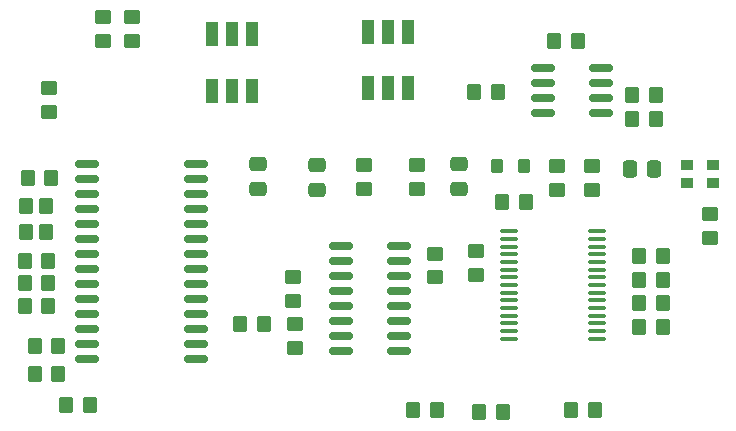
<source format=gbr>
G04 #@! TF.GenerationSoftware,KiCad,Pcbnew,9.0.6*
G04 #@! TF.CreationDate,2026-01-29T07:39:31-08:00*
G04 #@! TF.ProjectId,mutebox_hat_audio_in,6d757465-626f-4785-9f68-61745f617564,rev?*
G04 #@! TF.SameCoordinates,Original*
G04 #@! TF.FileFunction,Paste,Top*
G04 #@! TF.FilePolarity,Positive*
%FSLAX46Y46*%
G04 Gerber Fmt 4.6, Leading zero omitted, Abs format (unit mm)*
G04 Created by KiCad (PCBNEW 9.0.6) date 2026-01-29 07:39:31*
%MOMM*%
%LPD*%
G01*
G04 APERTURE LIST*
G04 Aperture macros list*
%AMRoundRect*
0 Rectangle with rounded corners*
0 $1 Rounding radius*
0 $2 $3 $4 $5 $6 $7 $8 $9 X,Y pos of 4 corners*
0 Add a 4 corners polygon primitive as box body*
4,1,4,$2,$3,$4,$5,$6,$7,$8,$9,$2,$3,0*
0 Add four circle primitives for the rounded corners*
1,1,$1+$1,$2,$3*
1,1,$1+$1,$4,$5*
1,1,$1+$1,$6,$7*
1,1,$1+$1,$8,$9*
0 Add four rect primitives between the rounded corners*
20,1,$1+$1,$2,$3,$4,$5,0*
20,1,$1+$1,$4,$5,$6,$7,0*
20,1,$1+$1,$6,$7,$8,$9,0*
20,1,$1+$1,$8,$9,$2,$3,0*%
G04 Aperture macros list end*
%ADD10R,1.100000X2.000000*%
%ADD11RoundRect,0.250000X0.350000X0.450000X-0.350000X0.450000X-0.350000X-0.450000X0.350000X-0.450000X0*%
%ADD12RoundRect,0.250000X0.275000X0.350000X-0.275000X0.350000X-0.275000X-0.350000X0.275000X-0.350000X0*%
%ADD13RoundRect,0.150000X-0.875000X-0.150000X0.875000X-0.150000X0.875000X0.150000X-0.875000X0.150000X0*%
%ADD14RoundRect,0.250000X-0.350000X-0.450000X0.350000X-0.450000X0.350000X0.450000X-0.350000X0.450000X0*%
%ADD15RoundRect,0.250000X-0.450000X0.350000X-0.450000X-0.350000X0.450000X-0.350000X0.450000X0.350000X0*%
%ADD16RoundRect,0.250000X0.450000X-0.350000X0.450000X0.350000X-0.450000X0.350000X-0.450000X-0.350000X0*%
%ADD17RoundRect,0.250000X-0.475000X0.337500X-0.475000X-0.337500X0.475000X-0.337500X0.475000X0.337500X0*%
%ADD18R,1.000000X0.900000*%
%ADD19RoundRect,0.150000X-0.825000X-0.150000X0.825000X-0.150000X0.825000X0.150000X-0.825000X0.150000X0*%
%ADD20RoundRect,0.250000X0.350000X-0.450000X0.350000X0.450000X-0.350000X0.450000X-0.350000X-0.450000X0*%
%ADD21RoundRect,0.250000X-0.337500X-0.475000X0.337500X-0.475000X0.337500X0.475000X-0.337500X0.475000X0*%
%ADD22RoundRect,0.100000X-0.637500X-0.100000X0.637500X-0.100000X0.637500X0.100000X-0.637500X0.100000X0*%
G04 APERTURE END LIST*
D10*
X133400000Y-53200000D03*
X135100000Y-53200000D03*
X136800000Y-53200000D03*
X136800000Y-58000000D03*
X135100000Y-58000000D03*
X133400000Y-58000000D03*
D11*
X157800000Y-60600000D03*
X155800000Y-60600000D03*
D12*
X146625000Y-64624624D03*
X144325000Y-64624624D03*
D13*
X109600000Y-64420000D03*
X109600000Y-65690000D03*
X109600000Y-66960000D03*
X109600000Y-68230000D03*
X109600000Y-69500000D03*
X109600000Y-70770000D03*
X109600000Y-72040000D03*
X109600000Y-73310000D03*
X109600000Y-74580000D03*
X109600000Y-75850000D03*
X109600000Y-77120000D03*
X109600000Y-78390000D03*
X109600000Y-79660000D03*
X109600000Y-80930000D03*
X118900000Y-80930000D03*
X118900000Y-79660000D03*
X118900000Y-78390000D03*
X118900000Y-77120000D03*
X118900000Y-75850000D03*
X118900000Y-74580000D03*
X118900000Y-73310000D03*
X118900000Y-72040000D03*
X118900000Y-70770000D03*
X118900000Y-69500000D03*
X118900000Y-68230000D03*
X118900000Y-66960000D03*
X118900000Y-65690000D03*
X118900000Y-64420000D03*
D14*
X144800000Y-67600000D03*
X146800000Y-67600000D03*
D15*
X152400000Y-64600000D03*
X152400000Y-66600000D03*
X133100000Y-64500000D03*
X133100000Y-66500000D03*
D14*
X156400000Y-74200000D03*
X158400000Y-74200000D03*
X104350000Y-74500000D03*
X106350000Y-74500000D03*
X142400000Y-58300000D03*
X144400000Y-58300000D03*
D16*
X127100000Y-76000000D03*
X127100000Y-74000000D03*
D17*
X141100000Y-64425000D03*
X141100000Y-66500000D03*
D15*
X106400000Y-58000000D03*
X106400000Y-60000000D03*
D14*
X137262000Y-85250000D03*
X139262000Y-85250000D03*
X156400000Y-78200000D03*
X158400000Y-78200000D03*
D15*
X139100000Y-72000000D03*
X139100000Y-74000000D03*
D14*
X142862000Y-85450000D03*
X144862000Y-85450000D03*
D15*
X127200000Y-78000000D03*
X127200000Y-80000000D03*
D18*
X162600000Y-64500000D03*
X160450000Y-64500000D03*
X160450000Y-66050000D03*
X162600000Y-66050000D03*
D19*
X148200000Y-56300000D03*
X148200000Y-57570000D03*
X148200000Y-58840000D03*
X148200000Y-60110000D03*
X153150000Y-60110000D03*
X153150000Y-58840000D03*
X153150000Y-57570000D03*
X153150000Y-56300000D03*
D11*
X106350000Y-72600000D03*
X104350000Y-72600000D03*
X106600000Y-65600000D03*
X104600000Y-65600000D03*
D16*
X111000000Y-54000000D03*
X111000000Y-52000000D03*
D14*
X105200000Y-82200000D03*
X107200000Y-82200000D03*
X156400000Y-76200000D03*
X158400000Y-76200000D03*
D15*
X149400000Y-64600000D03*
X149400000Y-66600000D03*
D10*
X120200000Y-58200000D03*
X121900000Y-58200000D03*
X123600000Y-58200000D03*
X123600000Y-53400000D03*
X121900000Y-53400000D03*
X120200000Y-53400000D03*
D14*
X150600000Y-85200000D03*
X152600000Y-85200000D03*
D20*
X106200000Y-70200000D03*
X106200000Y-68000000D03*
X104500000Y-68000000D03*
X104500000Y-70200000D03*
D11*
X151200000Y-54000000D03*
X149200000Y-54000000D03*
D14*
X105200000Y-79800000D03*
X107200000Y-79800000D03*
D11*
X106350000Y-76450000D03*
X104350000Y-76450000D03*
D14*
X156400000Y-72200000D03*
X158400000Y-72200000D03*
D11*
X157800000Y-58600000D03*
X155800000Y-58600000D03*
D21*
X155592500Y-64820000D03*
X157667500Y-64820000D03*
D16*
X113400000Y-54000000D03*
X113400000Y-52000000D03*
D17*
X129100000Y-64500000D03*
X129100000Y-66575000D03*
X124100000Y-64425000D03*
X124100000Y-66500000D03*
D11*
X109860000Y-84860000D03*
X107860000Y-84860000D03*
D19*
X131100000Y-71380000D03*
X131100000Y-72650000D03*
X131100000Y-73920000D03*
X131100000Y-75190000D03*
X131100000Y-76460000D03*
X131100000Y-77730000D03*
X131100000Y-79000000D03*
X131100000Y-80270000D03*
X136050000Y-80270000D03*
X136050000Y-79000000D03*
X136050000Y-77730000D03*
X136050000Y-76460000D03*
X136050000Y-75190000D03*
X136050000Y-73920000D03*
X136050000Y-72650000D03*
X136050000Y-71380000D03*
D22*
X145400000Y-70100000D03*
X145400000Y-70750000D03*
X145400000Y-71400000D03*
X145400000Y-72050000D03*
X145400000Y-72700000D03*
X145400000Y-73350000D03*
X145400000Y-74000000D03*
X145400000Y-74650000D03*
X145400000Y-75300000D03*
X145400000Y-75950000D03*
X145400000Y-76600000D03*
X145400000Y-77250000D03*
X145400000Y-77900000D03*
X145400000Y-78550000D03*
X145400000Y-79200000D03*
X152825000Y-79200000D03*
X152825000Y-78550000D03*
X152825000Y-77900000D03*
X152825000Y-77250000D03*
X152825000Y-76600000D03*
X152825000Y-75950000D03*
X152825000Y-75300000D03*
X152825000Y-74650000D03*
X152825000Y-74000000D03*
X152825000Y-73350000D03*
X152825000Y-72700000D03*
X152825000Y-72050000D03*
X152825000Y-71400000D03*
X152825000Y-70750000D03*
X152825000Y-70100000D03*
D15*
X162400000Y-68663785D03*
X162400000Y-70663785D03*
D14*
X122600000Y-78000000D03*
X124600000Y-78000000D03*
D15*
X137600000Y-64500000D03*
X137600000Y-66500000D03*
X142600000Y-71800000D03*
X142600000Y-73800000D03*
M02*

</source>
